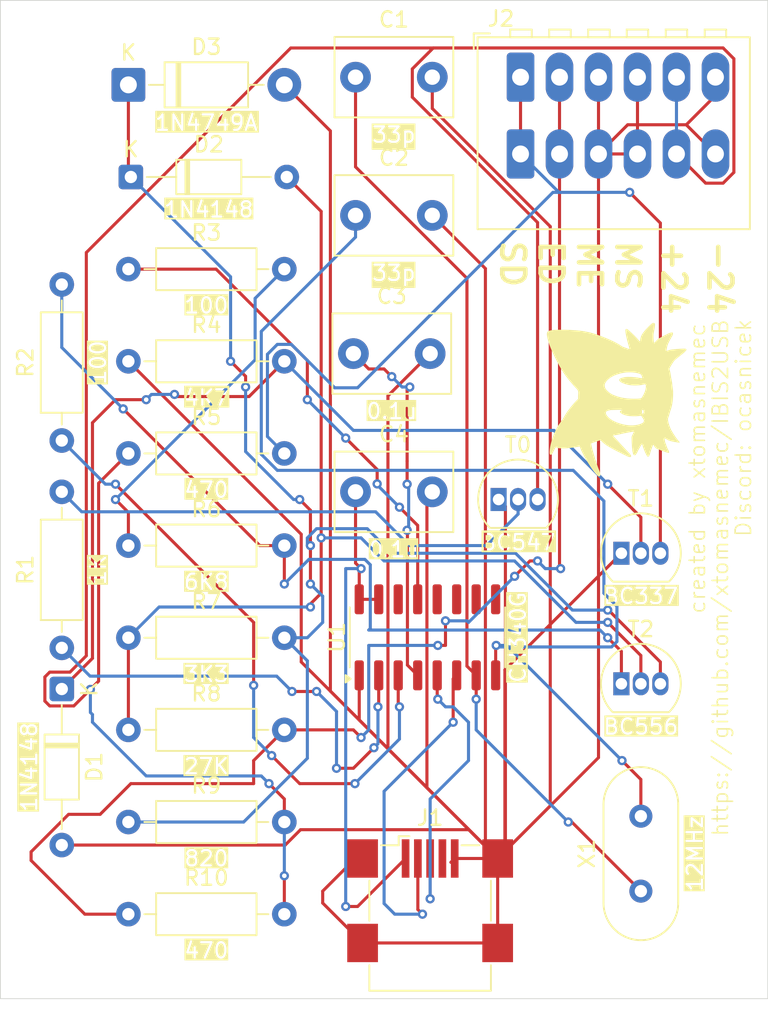
<source format=kicad_pcb>
(kicad_pcb (version 20241229) (generator "pcbnew") (generator_version "9.0")
  (layers (0 "F.Cu" signal) (2 "B.Cu" signal) (13 "F.Paste" user) (15 "B.Paste" user) (5 "F.SilkS" user "F.Silkscreen") (7 "B.SilkS" user "B.Silkscreen") (1 "F.Mask" user) (3 "B.Mask" user) (25 "Edge.Cuts" user))
  (net 0 "")
  (net 1 "Net-(D2-K)")
  (net 2 "GND")
  (net 3 "Net-(D1-K)")
  (net 4 "Net-(J2-Pin_1)")
  (net 5 "Net-(T2-C)")
  (net 6 "Net-(D2-A)")
  (net 8 "Net-(J1-D+)")
  (net 9 "VCC")
  (net 10 "Net-(U1-XI)")
  (net 12 "Net-(T0-B)")
  (net 14 "Net-(U1-XO)")
  (net 16 "Net-(U1-TXD)")
  (net 18 "Net-(U1-V3)")
  (net 19 "Net-(J1-D-)")
  (net 21 "Net-(J2-Pin_2)")
  (net 22 "Net-(J2-Pin_5)")
  (net 23 "/RXD")
  (net 24 "/DTR")
  (net 25 "Net-(R3-Pad2)")
  (footprint "Package_TO_SOT_THT:TO-92_Inline" (layer "F.Cu") (at 90.46 85)
    (property "Reference" "T2" (at 1.27 -3.56 0) (layer "F.SilkS"))
    (property "Value" "BC556" (at 1.27 2.79 0) (layer "F.SilkS" knockout))
    (pad "1" thru_hole rect (at 0 0) (size 1.05 1.5) (drill 0.75) (layers "*.Cu" "*.Mask") (net 5 "Net-(T2-C)"))
    (pad "2" thru_hole oval (at 1.27 0) (size 1.05 1.5) (drill 0.75) (layers "*.Cu" "*.Mask") (net 6 "Net-(D2-A)"))
    (pad "3" thru_hole oval (at 2.54 0) (size 1.05 1.5) (drill 0.75) (layers "*.Cu" "*.Mask") (net 1 "Net-(D2-K)"))
  )
  (footprint "Resistor_THT:R_Axial_DIN0207_L6.3mm_D2.5mm_P10.16mm_Horizontal" (layer "F.Cu") (at 54 82.66 90)
    (property "Reference" "R1" (at 5.08 -2.37 90) (layer "F.SilkS"))
    (property "Value" "1K" (at 5.08 2.37 90) (layer "F.SilkS" knockout))
    (pad "1" thru_hole circle (at 0 0 90) (size 1.6 1.6) (drill 0.8) (layers "*.Cu" "*.Mask") (net 16 "Net-(U1-TXD)"))
    (pad "2" thru_hole circle (at 10.16 0 90) (size 1.6 1.6) (drill 0.8) (layers "*.Cu" "*.Mask") (net 12 "Net-(T0-B)"))
  )
  (footprint "Capacitor_THT:C_Disc_D7.5mm_W5.0mm_P5.00mm" (layer "F.Cu") (at 73 63.5)
    (property "Reference" "C3" (at 2.5 -3.75 0) (layer "F.SilkS"))
    (property "Value" "0.1u" (at 2.5 3.75 0) (layer "F.SilkS" knockout))
    (pad "1" thru_hole circle (at 0 0) (size 2 2) (drill 1) (layers "*.Cu" "*.Mask") (net 18 "Net-(U1-V3)"))
    (pad "2" thru_hole circle (at 5 0) (size 2 2) (drill 1) (layers "*.Cu" "*.Mask") (net 2 "GND"))
  )
  (footprint "Capacitor_THT:C_Disc_D7.5mm_W5.0mm_P5.00mm" (layer "F.Cu") (at 73.14 54.5)
    (property "Reference" "C2" (at 2.5 -3.75 0) (layer "F.SilkS"))
    (property "Value" "33p" (at 2.5 3.75 0) (layer "F.SilkS" knockout))
    (pad "1" thru_hole circle (at 0 0) (size 2 2) (drill 1) (layers "*.Cu" "*.Mask") (net 14 "Net-(U1-XO)"))
    (pad "2" thru_hole circle (at 5 0) (size 2 2) (drill 1) (layers "*.Cu" "*.Mask") (net 2 "GND"))
  )
  (footprint "Logo:ocasnicek" (layer "F.Cu") (at 90 66.5 90)
    (property "Reference" "G***" (hide yes))
    (property "Value" "LOGO" (hide yes))
  )
  (footprint "Connector_USB:USB_Mini-B_Wuerth_65100516121_Horizontal" (layer "F.Cu") (at 78 98.975)
    (property "Reference" "J1" (at 0 -5.25 0) (layer "F.SilkS"))
    (property "Value" "USB_B_Mini")
    (pad "" np_thru_hole circle (at -2.2 0) (size 0.9 0.9) (drill 0.9) (layers "*.Cu" "*.Mask"))
    (pad "" np_thru_hole circle (at 2.2 0) (size 0.9 0.9) (drill 0.9) (layers "*.Cu" "*.Mask"))
    (pad "1" smd rect (at -1.6 -2.6) (size 0.5 2.5) (layers "F.Cu" "F.Mask" "F.Paste") (net 9 "VCC"))
    (pad "2" smd rect (at -0.8 -2.6) (size 0.5 2.5) (layers "F.Cu" "F.Mask" "F.Paste") (net 19 "Net-(J1-D-)"))
    (pad "3" smd rect (at 0 -2.6) (size 0.5 2.5) (layers "F.Cu" "F.Mask" "F.Paste") (net 8 "Net-(J1-D+)"))
    (pad "4" smd rect (at 0.8 -2.6) (size 0.5 2.5) (layers "F.Cu" "F.Mask" "F.Paste"))
    (pad "5" smd rect (at 1.6 -2.6) (size 0.5 2.5) (layers "F.Cu" "F.Mask" "F.Paste") (net 2 "GND"))
    (pad "6" smd rect (at -4.4 -2.6) (size 2 2.5) (layers "F.Cu" "F.Mask" "F.Paste") (net 2 "GND"))
    (pad "6" smd rect (at -4.4 2.9) (size 2 2.5) (layers "F.Cu" "F.Mask" "F.Paste") (net 2 "GND"))
    (pad "6" smd rect (at 4.4 -2.6) (size 2 2.5) (layers "F.Cu" "F.Mask" "F.Paste") (net 2 "GND"))
    (pad "6" smd rect (at 4.4 2.9) (size 2 2.5) (layers "F.Cu" "F.Mask" "F.Paste") (net 2 "GND"))
  )
  (footprint "Resistor_THT:R_Axial_DIN0207_L6.3mm_D2.5mm_P10.16mm_Horizontal" (layer "F.Cu") (at 58.34 64)
    (property "Reference" "R4" (at 5.08 -2.37 0) (layer "F.SilkS"))
    (property "Value" "4K7" (at 5.08 2.37 0) (layer "F.SilkS" knockout))
    (pad "1" thru_hole circle (at 0 0) (size 1.6 1.6) (drill 0.8) (layers "*.Cu" "*.Mask") (net 2 "GND"))
    (pad "2" thru_hole circle (at 10.16 0) (size 1.6 1.6) (drill 0.8) (layers "*.Cu" "*.Mask") (net 3 "Net-(D1-K)"))
  )
  (footprint "Capacitor_THT:C_Disc_D7.5mm_W5.0mm_P5.00mm" (layer "F.Cu") (at 73.14 72.5)
    (property "Reference" "C4" (at 2.5 -3.75 0) (layer "F.SilkS"))
    (property "Value" "0.1u" (at 2.5 3.75 0) (layer "F.SilkS" knockout))
    (pad "1" thru_hole circle (at 0 0) (size 2 2) (drill 1) (layers "*.Cu" "*.Mask") (net 9 "VCC"))
    (pad "2" thru_hole circle (at 5 0) (size 2 2) (drill 1) (layers "*.Cu" "*.Mask") (net 2 "GND"))
  )
  (footprint "Resistor_THT:R_Axial_DIN0207_L6.3mm_D2.5mm_P10.16mm_Horizontal" (layer "F.Cu") (at 58.34 88)
    (property "Reference" "R8" (at 5.08 -2.37 0) (layer "F.SilkS"))
    (property "Value" "27K" (at 5.08 2.37 0) (layer "F.SilkS" knockout))
    (pad "1" thru_hole circle (at 0 0) (size 1.6 1.6) (drill 0.8) (layers "*.Cu" "*.Mask") (net 6 "Net-(D2-A)"))
    (pad "2" thru_hole circle (at 10.16 0) (size 1.6 1.6) (drill 0.8) (layers "*.Cu" "*.Mask") (net 21 "Net-(J2-Pin_2)"))
  )
  (footprint "Resistor_THT:R_Axial_DIN0207_L6.3mm_D2.5mm_P10.16mm_Horizontal" (layer "F.Cu") (at 58.34 58)
    (property "Reference" "R3" (at 5.08 -2.37 0) (layer "F.SilkS"))
    (property "Value" "100" (at 5.08 2.37 0) (layer "F.SilkS" knockout))
    (pad "1" thru_hole circle (at 0 0) (size 1.6 1.6) (drill 0.8) (layers "*.Cu" "*.Mask") (net 24 "/DTR"))
    (pad "2" thru_hole circle (at 10.16 0) (size 1.6 1.6) (drill 0.8) (layers "*.Cu" "*.Mask") (net 25 "Net-(R3-Pad2)"))
  )
  (footprint "Package_TO_SOT_THT:TO-92_Inline" (layer "F.Cu") (at 82.46 73)
    (property "Reference" "T0" (at 1.27 -3.56 0) (layer "F.SilkS"))
    (property "Value" "BC547" (at 1.27 2.79 0) (layer "F.SilkS" knockout))
    (pad "1" thru_hole rect (at 0 0) (size 1.05 1.5) (drill 0.75) (layers "*.Cu" "*.Mask") (net 2 "GND"))
    (pad "2" thru_hole oval (at 1.27 0) (size 1.05 1.5) (drill 0.75) (layers "*.Cu" "*.Mask") (net 12 "Net-(T0-B)"))
    (pad "3" thru_hole oval (at 2.54 0) (size 1.05 1.5) (drill 0.75) (layers "*.Cu" "*.Mask") (net 22 "Net-(J2-Pin_5)"))
  )
  (footprint "Diode_THT:D_DO-35_SOD27_P10.16mm_Horizontal" (layer "F.Cu") (at 54 85.34 -90)
    (property "Reference" "D1" (at 5.08 -2.12 90) (layer "F.SilkS"))
    (property "Value" "1N4148" (at 5.08 2.12 90) (layer "F.SilkS" knockout))
    (fp_text user "K" (at 0 -1.8 90) (layer "F.SilkS"))
    (pad "1" thru_hole roundrect (at 0 0 270) (size 1.6 1.6) (drill 0.8) (layers "*.Cu" "*.Mask") (roundrect_rratio 0.15625) (net 3 "Net-(D1-K)"))
    (pad "2" thru_hole circle (at 10.16 0 270) (size 1.6 1.6) (drill 0.8) (layers "*.Cu" "*.Mask") (net 2 "GND"))
  )
  (footprint "Resistor_THT:R_Axial_DIN0207_L6.3mm_D2.5mm_P10.16mm_Horizontal" (layer "F.Cu") (at 58.34 70)
    (property "Reference" "R5" (at 5.08 -2.37 0) (layer "F.SilkS"))
    (property "Value" "470" (at 5.08 2.37 0) (layer "F.SilkS" knockout))
    (pad "1" thru_hole circle (at 0 0) (size 1.6 1.6) (drill 0.8) (layers "*.Cu" "*.Mask") (net 22 "Net-(J2-Pin_5)"))
    (pad "2" thru_hole circle (at 10.16 0) (size 1.6 1.6) (drill 0.8) (layers "*.Cu" "*.Mask") (net 4 "Net-(J2-Pin_1)"))
  )
  (footprint "TerminalBlock_WAGO:TerminalBlock_WAGO_233-506_2x06_P2.54mm" (layer "F.Cu") (at 83.89 45.5)
    (property "Reference" "J2" (at -1.27 -3.81 0) (layer "F.SilkS"))
    (property "Value" "Screw_Terminal_01x06" (hide yes))
    (pad "1" thru_hole roundrect (at 0 0) (size 1.8 3.2) (drill 1.1) (layers "*.Cu" "*.Mask") (roundrect_rratio 0.1388888889) (net 4 "Net-(J2-Pin_1)"))
    (pad "1" thru_hole roundrect (at 0 5) (size 1.8 3.2) (drill 1.1) (layers "*.Cu" "*.Mask") (roundrect_rratio 0.1388888889) (net 4 "Net-(J2-Pin_1)"))
    (pad "2" thru_hole oval (at 2.54 0) (size 1.8 3.2) (drill 1.1) (layers "*.Cu" "*.Mask") (net 21 "Net-(J2-Pin_2)"))
    (pad "2" thru_hole oval (at 2.54 5) (size 1.8 3.2) (drill 1.1) (layers "*.Cu" "*.Mask") (net 21 "Net-(J2-Pin_2)"))
    (pad "3" thru_hole oval (at 5.08 0) (size 1.8 3.2) (drill 1.1) (layers "*.Cu" "*.Mask") (net 2 "GND"))
    (pad "3" thru_hole oval (at 5.08 5) (size 1.8 3.2) (drill 1.1) (layers "*.Cu" "*.Mask") (net 2 "GND"))
    (pad "4" thru_hole oval (at 7.62 0) (size 1.8 3.2) (drill 1.1) (layers "*.Cu" "*.Mask") (net 2 "GND"))
    (pad "4" thru_hole oval (at 7.62 5) (size 1.8 3.2) (drill 1.1) (layers "*.Cu" "*.Mask") (net 2 "GND"))
    (pad "5" thru_hole oval (at 10.16 0) (size 1.8 3.2) (drill 1.1) (layers "*.Cu" "*.Mask") (net 22 "Net-(J2-Pin_5)"))
    (pad "5" thru_hole oval (at 10.16 5) (size 1.8 3.2) (drill 1.1) (layers "*.Cu" "*.Mask") (net 22 "Net-(J2-Pin_5)"))
    (pad "6" thru_hole oval (at 12.7 0) (size 1.8 3.2) (drill 1.1) (layers "*.Cu" "*.Mask") (net 2 "GND"))
    (pad "6" thru_hole oval (at 12.7 5) (size 1.8 3.2) (drill 1.1) (layers "*.Cu" "*.Mask") (net 2 "GND"))
  )
  (footprint "Diode_THT:D_DO-35_SOD27_P10.16mm_Horizontal" (layer "F.Cu") (at 58.5 52)
    (property "Reference" "D2" (at 5.08 -2.12 0) (layer "F.SilkS"))
    (property "Value" "1N4148" (at 5.08 2.12 0) (layer "F.SilkS" knockout))
    (fp_text user "K" (at 0 -1.8 0) (layer "F.SilkS"))
    (pad "1" thru_hole roundrect (at 0 0) (size 1.6 1.6) (drill 0.8) (layers "*.Cu" "*.Mask") (roundrect_rratio 0.15625) (net 1 "Net-(D2-K)"))
    (pad "2" thru_hole circle (at 10.16 0) (size 1.6 1.6) (drill 0.8) (layers "*.Cu" "*.Mask") (net 6 "Net-(D2-A)"))
  )
  (footprint "Crystal:Crystal_HC49-4H_Vertical" (layer "F.Cu") (at 91.73 98.5 90)
    (property "Reference" "X1" (at 2.44 -3.52 90) (layer "F.SilkS"))
    (property "Value" "12MHz" (at 2.44 3.52 90) (layer "F.SilkS" knockout))
    (pad "1" thru_hole circle (at 0 0 90) (size 1.5 1.5) (drill 0.8) (layers "*.Cu" "*.Mask") (net 10 "Net-(U1-XI)"))
    (pad "2" thru_hole circle (at 4.88 0 90) (size 1.5 1.5) (drill 0.8) (layers "*.Cu" "*.Mask") (net 14 "Net-(U1-XO)"))
  )
  (footprint "Resistor_THT:R_Axial_DIN0207_L6.3mm_D2.5mm_P10.16mm_Horizontal" (layer "F.Cu") (at 58.34 76)
    (property "Reference" "R6" (at 5.08 -2.37 0) (layer "F.SilkS"))
    (property "Value" "6K8" (at 5.08 2.37 0) (layer "F.SilkS" knockout))
    (pad "1" thru_hole circle (at 0 0) (size 1.6 1.6) (drill 0.8) (layers "*.Cu" "*.Mask") (net 25 "Net-(R3-Pad2)"))
    (pad "2" thru_hole circle (at 10.16 0) (size 1.6 1.6) (drill 0.8) (layers "*.Cu" "*.Mask") (net 5 "Net-(T2-C)"))
  )
  (footprint "Package_SO:SOIC-16_3.9x9.9mm_P1.27mm" (layer "F.Cu") (at 77.825 81.975 90)
    (property "Reference" "U1" (at 0 -5.9 90) (layer "F.SilkS"))
    (property "Value" "CH340G" (at 0 5.9 90) (layer "F.SilkS" knockout))
    (pad "1" smd roundrect (at -2.475 -4.445 90) (size 1.95 0.6) (layers "F.Cu" "F.Mask" "F.Paste") (net 2 "GND"))
    (pad "2" smd roundrect (at -2.475 -3.175 90) (size 1.95 0.6) (layers "F.Cu" "F.Mask" "F.Paste") (net 16 "Net-(U1-TXD)"))
    (pad "3" smd roundrect (at -2.475 -1.905 90) (size 1.95 0.6) (layers "F.Cu" "F.Mask" "F.Paste") (net 23 "/RXD"))
    (pad "4" smd roundrect (at -2.475 -0.635 90) (size 1.95 0.6) (layers "F.Cu" "F.Mask" "F.Paste") (net 18 "Net-(U1-V3)"))
    (pad "5" smd roundrect (at -2.475 0.635 90) (size 1.95 0.6) (layers "F.Cu" "F.Mask" "F.Paste") (net 8 "Net-(J1-D+)"))
    (pad "6" smd roundrect (at -2.475 1.905 90) (size 1.95 0.6) (layers "F.Cu" "F.Mask" "F.Paste") (net 19 "Net-(J1-D-)"))
    (pad "7" smd roundrect (at -2.475 3.175 90) (size 1.95 0.6) (layers "F.Cu" "F.Mask" "F.Paste") (net 10 "Net-(U1-XI)"))
    (pad "8" smd roundrect (at -2.475 4.445 90) (size 1.95 0.6) (layers "F.Cu" "F.Mask" "F.Paste") (net 14 "Net-(U1-XO)"))
    (pad "9" smd roundrect (at 2.475 4.445 90) (size 1.95 0.6) (layers "F.Cu" "F.Mask" "F.Paste"))
    (pad "10" smd roundrect (at 2.475 3.175 90) (size 1.95 0.6) (layers "F.Cu" "F.Mask" "F.Paste"))
    (pad "11" smd roundrect (at 2.475 1.905 90) (size 1.95 0.6) (layers "F.Cu" "F.Mask" "F.Paste"))
    (pad "12" smd roundrect (at 2.475 0.635 90) (size 1.95 0.6) (layers "F.Cu" "F.Mask" "F.Paste"))
    (pad "13" smd roundrect (at 2.475 -0.635 90) (size 1.95 0.6) (layers "F.Cu" "F.Mask" "F.Paste") (net 24 "/DTR"))
    (pad "14" smd roundrect (at 2.475 -1.905 90) (size 1.95 0.6) (layers "F.Cu" "F.Mask" "F.Paste"))
    (pad "15" smd roundrect (at 2.475 -3.175 90) (size 1.95 0.6) (layers "F.Cu" "F.Mask" "F.Paste") (net 9 "VCC"))
    (pad "16" smd roundrect (at 2.475 -4.445 90) (size 1.95 0.6) (layers "F.Cu" "F.Mask" "F.Paste") (net 9 "VCC"))
  )
  (footprint "Diode_THT:D_DO-41_SOD81_P10.16mm_Horizontal" (layer "F.Cu") (at 58.34 46)
    (property "Reference" "D3" (at 5.08 -2.47 0) (layer "F.SilkS"))
    (property "Value" "1N4749A" (at 5.08 2.47 0) (layer "F.SilkS" knockout))
    (fp_text user "K" (at 0 -2.1 0) (layer "F.SilkS"))
    (pad "1" thru_hole roundrect (at 0 0) (size 2.2 2.2) (drill 1.1) (layers "*.Cu" "*.Mask") (roundrect_rratio 0.113636) (net 1 "Net-(D2-K)"))
    (pad "2" thru_hole circle (at 10.16 0) (size 2.2 2.2) (drill 1.1) (layers "*.Cu" "*.Mask") (net 2 "GND"))
  )
  (footprint "Package_TO_SOT_THT:TO-92_Inline" (layer "F.Cu") (at 90.46 76.5)
    (property "Reference" "T1" (at 1.27 -3.56 0) (layer "F.SilkS"))
    (property "Value" "BC337" (at 1.27 2.79 0) (layer "F.SilkS" knockout))
    (pad "1" thru_hole rect (at 0 0) (size 1.05 1.5) (drill 0.75) (layers "*.Cu" "*.Mask") (net 2 "GND"))
    (pad "2" thru_hole oval (at 1.27 0) (size 1.05 1.5) (drill 0.75) (layers "*.Cu" "*.Mask") (net 3 "Net-(D1-K)"))
    (pad "3" thru_hole oval (at 2.54 0) (size 1.05 1.5) (drill 0.75) (layers "*.Cu" "*.Mask") (net 4 "Net-(J2-Pin_1)"))
  )
  (footprint "Resistor_THT:R_Axial_DIN0207_L6.3mm_D2.5mm_P10.16mm_Horizontal" (layer "F.Cu") (at 58.34 94)
    (property "Reference" "R9" (at 5.08 -2.37 0) (layer "F.SilkS"))
    (property "Value" "820" (at 5.08 2.37 0) (layer "F.SilkS" knockout))
    (pad "1" thru_hole circle (at 0 0) (size 1.6 1.6) (drill 0.8) (layers "*.Cu" "*.Mask") (net 1 "Net-(D2-K)"))
    (pad "2" thru_hole circle (at 10.16 0) (size 1.6 1.6) (drill 0.8) (layers "*.Cu" "*.Mask") (net 22 "Net-(J2-Pin_5)"))
  )
  (footprint "Resistor_THT:R_Axial_DIN0207_L6.3mm_D2.5mm_P10.16mm_Horizontal" (layer "F.Cu") (at 58.34 82)
    (property "Reference" "R7" (at 5.08 -2.37 0) (layer "F.SilkS"))
    (property "Value" "3K3" (at 5.08 2.37 0) (layer "F.SilkS" knockout))
    (pad "1" thru_hole circle (at 0 0) (size 1.6 1.6) (drill 0.8) (layers "*.Cu" "*.Mask") (net 6 "Net-(D2-A)"))
    (pad "2" thru_hole circle (at 10.16 0) (size 1.6 1.6) (drill 0.8) (layers "*.Cu" "*.Mask") (net 1 "Net-(D2-K)"))
  )
  (footprint "Capacitor_THT:C_Disc_D7.5mm_W5.0mm_P5.00mm" (layer "F.Cu") (at 73.14 45.5)
    (property "Reference" "C1" (at 2.5 -3.75 0) (layer "F.SilkS"))
    (property "Value" "33p" (at 2.5 3.75 0) (layer "F.SilkS" knockout))
    (pad "1" thru_hole circle (at 0 0) (size 2 2) (drill 1) (layers "*.Cu" "*.Mask") (net 10 "Net-(U1-XI)"))
    (pad "2" thru_hole circle (at 5 0) (size 2 2) (drill 1) (layers "*.Cu" "*.Mask") (net 2 "GND"))
  )
  (footprint "Resistor_THT:R_Axial_DIN0207_L6.3mm_D2.5mm_P10.16mm_Horizontal" (layer "F.Cu") (at 54 69.16 90)
    (property "Reference" "R2" (at 5.08 -2.37 90) (layer "F.SilkS"))
    (property "Value" "100" (at 5.08 2.37 90) (layer "F.SilkS" knockout))
    (pad "1" thru_hole circle (at 0 0 90) (size 1.6 1.6) (drill 0.8) (layers "*.Cu" "*.Mask") (net 23 "/RXD"))
    (pad "2" thru_hole circle (at 10.16 0 90) (size 1.6 1.6) (drill 0.8) (layers "*.Cu" "*.Mask") (net 5 "Net-(T2-C)"))
  )
  (footprint "Resistor_THT:R_Axial_DIN0207_L6.3mm_D2.5mm_P10.16mm_Horizontal" (layer "F.Cu") (at 58.34 100)
    (property "Reference" "R10" (at 5.08 -2.37 0) (layer "F.SilkS"))
    (property "Value" "470" (at 5.08 2.37 0) (layer "F.SilkS" knockout))
    (pad "1" thru_hole circle (at 0 0) (size 1.6 1.6) (drill 0.8) (layers "*.Cu" "*.Mask") (net 21 "Net-(J2-Pin_2)"))
    (pad "2" thru_hole circle (at 10.16 0) (size 1.6 1.6) (drill 0.8) (layers "*.Cu" "*.Mask") (net 22 "Net-(J2-Pin_5)"))
  )
  (gr_rect (start 50 40.5) (end 100 105.5) (stroke (width 0.05)) (fill no) (layer "Edge.Cuts"))
  (gr_text "-24" (at 96 56 270) (layer "F.SilkS") (effects (font (size 1.5 1.5) (thickness 0.3) (bold yes)) (justify left bottom)))
  (gr_text "SD" (at 82.5 56 270) (layer "F.SilkS") (effects (font (size 1.5 1.5) (thickness 0.3) (bold yes)) (justify left bottom)))
  (gr_text "ME" (at 87.5 56 270) (layer "F.SilkS") (effects (font (size 1.5 1.5) (thickness 0.3) (bold yes)) (justify left bottom)))
  (gr_text "https://github.com/xtomasnemec/IBIS2USB" (at 97.5 95 90) (layer "F.SilkS") (effects (font (size 1 1) (thickness 0.1)) (justify left bottom)))
  (gr_text "+24" (at 93 56 270) (layer "F.SilkS") (effects (font (size 1.5 1.5) (thickness 0.3) (bold yes)) (justify left bottom)))
  (gr_text "ED" (at 85 56 270) (layer "F.SilkS") (effects (font (size 1.5 1.5) (thickness 0.3) (bold yes)) (justify left bottom)))
  (gr_text "MS" (at 90 56 270) (layer "F.SilkS") (effects (font (size 1.5 1.5) (thickness 0.3) (bold yes)) (justify left bottom)))
  (gr_text "created by xtomasnemec" (at 96 80.5 90) (layer "F.SilkS") (effects (font (size 1 1) (thickness 0.1)) (justify left bottom)))
  (gr_text "Discord: ocasnicek" (at 99 75.5 90) (layer "F.SilkS") (effects (font (size 1 1) (thickness 0.1)) (justify left bottom)))
  (segment (start 93 83.580057) (end 89.61994 80.199997) (width 0.2) (layer "F.Cu") (net 1))
  (segment (start 70.201 73.701) (end 70.201 76) (width 0.2) (layer "F.Cu") (net 1))
  (segment (start 58.34 46) (end 58.34 51.84) (width 0.2) (layer "F.Cu") (net 1))
  (segment (start 65.97751 64.97751) (end 65.97751 65.67396) (width 0.2) (layer "F.Cu") (net 1))
  (segment (start 89.61994 80.199997) (end 89.57 80.199997) (width 0.2) (layer "F.Cu") (net 1))
  (segment (start 58.34 51.84) (end 58.5 52) (width 0.2) (layer "F.Cu") (net 1))
  (segment (start 69.5 73) (end 70.201 73.701) (width 0.2) (layer "F.Cu") (net 1))
  (segment (start 70.201 76) (end 70.201 78.5) (width 0.2) (layer "F.Cu") (net 1))
  (segment (start 93 85) (end 93 83.580057) (width 0.2) (layer "F.Cu") (net 1))
  (segment (start 65 64) (end 65.97751 64.97751) (width 0.2) (layer "F.Cu") (net 1))
  (via (at 70.201 76) (size 0.6) (drill 0.3) (layers "F.Cu" "B.Cu") (net 1))
  (via (at 69.5 73) (size 0.6) (drill 0.3) (layers "F.Cu" "B.Cu") (net 1))
  (via (at 70.201 78.5) (size 0.6) (drill 0.3) (layers "F.Cu" "B.Cu") (net 1))
  (via (at 65.97751 65.67396) (size 0.6) (drill 0.3) (layers "F.Cu" "B.Cu") (net 1))
  (via (at 65 64) (size 0.6) (drill 0.3) (layers "F.Cu" "B.Cu") (net 1))
  (via (at 89.57 80.199997) (size 0.6) (drill 0.3) (layers "F.Cu" "B.Cu") (net 1))
  (segment (start 73.899 74.899) (end 70.601 74.899) (width 0.2) (layer "B.Cu") (net 1))
  (segment (start 58.34 94) (end 65.849943 94) (width 0.2) (layer "B.Cu") (net 1))
  (segment (start 89.57 80.199997) (end 87.267097 80.199997) (width 0.2) (layer "B.Cu") (net 1))
  (segment (start 71 81) (end 70 82) (width 0.2) (layer "B.Cu") (net 1))
  (segment (start 58.5 52) (end 65 58.5) (width 0.2) (layer "B.Cu") (net 1))
  (segment (start 65.97751 65.67396) (end 65.97751 69.87751) (width 0.2) (layer "B.Cu") (net 1))
  (segment (start 83.5671 76.5) (end 75.5 76.5) (width 0.2) (layer "B.Cu") (net 1))
  (segment (start 71 79.299) (end 71 81) (width 0.2) (layer "B.Cu") (net 1))
  (segment (start 87.267097 80.199997) (end 83.5671 76.5) (width 0.2) (layer "B.Cu") (net 1))
  (segment (start 70 75.5) (end 70 76) (width 0.2) (layer "B.Cu") (net 1))
  (segment (start 70 89.849943) (end 70 83.5) (width 0.2) (layer "B.Cu") (net 1))
  (segment (start 70 76) (end 70.201 76) (width 0.2) (layer "B.Cu") (net 1))
  (segment (start 65.849943 94) (end 70 89.849943) (width 0.2) (layer "B.Cu") (net 1))
  (segment (start 70.601 74.899) (end 70 75.5) (width 0.2) (layer "B.Cu") (net 1))
  (segment (start 70 83.5) (end 68.5 82) (width 0.2) (layer "B.Cu") (net 1))
  (segment (start 69.1 73) (end 69.5 73) (width 0.2) (layer "B.Cu") (net 1))
  (segment (start 70 82) (end 68.5 82) (width 0.2) (layer "B.Cu") (net 1))
  (segment (start 65 58.5) (end 65 64) (width 0.2) (layer "B.Cu") (net 1))
  (segment (start 70.201 78.5) (end 71 79.299) (width 0.2) (layer "B.Cu") (net 1))
  (segment (start 65.97751 69.87751) (end 69.1 73) (width 0.2) (layer "B.Cu") (net 1))
  (segment (start 75.5 76.5) (end 73.899 74.899) (width 0.2) (layer "B.Cu") (net 1))
  (segment (start 73.125 96.375) (end 71 98.5) (width 0.2) (layer "F.Cu") (net 2))
  (segment (start 71.5 85.475) (end 71.5 49) (width 0.2) (layer "F.Cu") (net 2))
  (segment (start 69.601 83.576) (end 69.601 75.261) (width 0.2) (layer "F.Cu") (net 2))
  (segment (start 80.525 94.5) (end 69.55705 94.5) (width 0.2) (layer "F.Cu") (net 2))
  (segment (start 82.904 73.444) (end 82.46 73) (width 0.2) (layer "F.Cu") (net 2))
  (segment (start 85.826 92.949) (end 85.826 55.22216) (width 0.2) (layer "F.Cu") (net 2))
  (segment (start 81.601 57.961) (end 78.14 54.5) (width 0.2) (layer "F.Cu") (net 2))
  (segment (start 73.6 96.375) (end 73.125 96.375) (width 0.2) (layer "F.Cu") (net 2))
  (segment (start 82.4 96.375) (end 75.251 89.226) (width 0.2) (layer "F.Cu") (net 2))
  (segment (start 82.904 95.871) (end 82.904 73.444) (width 0.2) (layer "F.Cu") (net 2))
  (segment (start 82.4 96.375) (end 73.38 87.355) (width 0.2) (layer "F.Cu") (net 2))
  (segment (start 88.97 50.5) (end 90.871 48.599) (width 0.2) (layer "F.Cu") (net 2))
  (segment (start 82.4 96.375) (end 88.97 89.805) (width 0.2) (layer "F.Cu") (net 2))
  (segment (start 71 99.275) (end 73.6 101.875) (width 0.2) (layer "F.Cu") (net 2))
  (segment (start 75.251 89.226) (end 75.251 66.249) (width 0.2) (layer "F.Cu") (net 2))
  (segment (start 88.97 50.5) (end 91.51 50.5) (width 0.2) (layer "F.Cu") (net 2))
  (segment (start 73.38 87.355) (end 73.38 84.45) (width 0.2) (layer "F.Cu") (net 2))
  (segment (start 82.4 96.375) (end 82.871 95.904) (width 0.2) (layer "F.Cu") (net 2))
  (segment (start 96.59 45.5) (end 96.59 46.698) (width 0.2) (layer "F.Cu") (net 2))
  (segment (start 88.97 89.805) (end 88.97 50.5) (width 0.2) (layer "F.Cu") (net 2))
  (segment (start 96.59 46.698) (end 94.689 48.599) (width 0.2) (layer "F.Cu") (net 2))
  (segment (start 82.871 95.904) (end 82.871 84.089) (width 0.2) (layer "F.Cu") (net 2))
  (segment (start 82.4 96.375) (end 71.5 85.475) (width 0.2) (layer "F.Cu") (net 2))
  (segment (start 82.871 84.089) (end 90.46 76.5) (width 0.2) (layer "F.Cu") (net 2))
  (segment (start 77.791 72.849) (end 78.14 72.5) (width 0.2) (layer "F.Cu") (net 2))
  (segment (start 85.826 55.22216) (end 78.14 47.53616) (width 0.2) (layer "F.Cu") (net 2))
  (segment (start 77.791 91.766) (end 77.791 72.849) (width 0.2) (layer "F.Cu") (net 2))
  (segment (start 79.351 96.624) (end 79.6 96.375) (width 0.2) (layer "F.Cu") (net 2))
  (segment (start 69.601 75.261) (end 58.34 64) (width 0.2) (layer "F.Cu") (net 2))
  (segment (start 68.55705 95.5) (end 54 95.5) (width 0.2) (layer "F.Cu") (net 2))
  (segment (start 82.4 96.375) (end 85.826 92.949) (width 0.2) (layer "F.Cu") (net 2))
  (segment (start 82.4 101.875) (end 82.4 96.375) (width 0.2) (layer "F.Cu") (net 2))
  (segment (start 82.4 96.375) (end 79.6 96.375) (width 0.2) (layer "F.Cu") (net 2))
  (segment (start 82.4 96.375) (end 69.601 83.576) (width 0.2) (layer "F.Cu") (net 2))
  (segment (start 82.4 96.375) (end 82.904 95.871) (width 0.2) (layer "F.Cu") (net 2))
  (segment (start 91.51 50.5) (end 91.51 45.5) (width 0.2) (layer "F.Cu") (net 2))
  (segment (start 71.5 49) (end 68.5 46) (width 0.2) (layer "F.Cu") (net 2))
  (segment (start 78.14 47.53616) (end 78.14 45.5) (width 0.2) (layer "F.Cu") (net 2))
  (segment (start 69.55705 94.5) (end 68.55705 95.5) (width 0.2) (layer "F.Cu") (net 2))
  (segment (start 71 98.5) (end 71 99.275) (width 0.2) (layer "F.Cu") (net 2))
  (segment (start 82.4 96.375) (end 80.525 94.5) (width 0.2) (layer "F.Cu") (net 2))
  (segment (start 90.871 48.599) (end 94.689 48.599) (width 0.2) (layer "F.Cu") (net 2))
  (segment (start 88.97 50.5) (end 88.97 45.5) (width 0.2) (layer "F.Cu") (net 2))
  (segment (start 82.4 96.375) (end 77.791 91.766) (width 0.2) (layer "F.Cu") (net 2))
  (segment (start 75.251 66.249) (end 78 63.5) (width 0.2) (layer "F.Cu") (net 2))
  (segment (start 94.689 48.599) (end 96.59 50.5) (width 0.2) (layer "F.Cu") (net 2))
  (segment (start 73.6 101.875) (end 82.4 101.875) (width 0.2) (layer "F.Cu") (net 2))
  (segment (start 82.4 96.375) (end 81.601 95.576) (width 0.2) (layer "F.Cu") (net 2))
  (segment (start 81.601 95.576) (end 81.601 57.961) (width 0.2) (layer "F.Cu") (net 2))
  (segment (start 56 83.34) (end 54 85.34) (width 0.2) (layer "F.Cu") (net 3))
  (segment (start 59.5 66.5) (end 57.5 66.5) (width 0.2) (layer "F.Cu") (net 3))
  (segment (start 91.73 74.16) (end 89.57 72) (width 0.2) (layer "F.Cu") (net 3))
  (segment (start 56 68) (end 56 83.34) (width 0.2) (layer "F.Cu") (net 3))
  (segment (start 61.20355 66.29645) (end 61.344265 66.155735) (width 0.2) (layer "F.Cu") (net 3))
  (segment (start 57.5 66.5) (end 56 68) (width 0.2) (layer "F.Cu") (net 3))
  (segment (start 91.73 76.5) (end 91.73 74.16) (width 0.2) (layer "F.Cu") (net 3))
  (segment (start 66.20355 66.29645) (end 61.20355 66.29645) (width 0.2) (layer "F.Cu") (net 3))
  (segment (start 68.5 64) (end 66.20355 66.29645) (width 0.2) (layer "F.Cu") (net 3))
  (via (at 89.57 72) (size 0.6) (drill 0.3) (layers "F.Cu" "B.Cu") (net 3))
  (via (at 61.344265 66.155735) (size 0.6) (drill 0.3) (layers "F.Cu" "B.Cu") (net 3))
  (via (at 59.5 66.5) (size 0.6) (drill 0.3) (layers "F.Cu" "B.Cu") (net 3))
  (segment (start 61.344265 66.155735) (end 59.844265 66.155735) (width 0.2) (layer "B.Cu") (net 3))
  (segment (start 89.57 72) (end 86.07 68.5) (width 0.2) (layer "B.Cu") (net 3))
  (segment (start 73 68.5) (end 68.5 64) (width 0.2) (layer "B.Cu") (net 3))
  (segment (start 59.844265 66.155735) (end 59.5 66.5) (width 0.2) (layer "B.Cu") (net 3))
  (segment (start 86.07 68.5) (end 73 68.5) (width 0.2) (layer "B.Cu") (net 3))
  (segment (start 93 76.5) (end 93 55) (width 0.2) (layer "F.Cu") (net 4))
  (segment (start 83.89 50.5) (end 83.89 45.5) (width 0.2) (layer "F.Cu") (net 4))
  (segment (start 93 55) (end 91 53) (width 0.2) (layer "F.Cu") (net 4))
  (via (at 91 53) (size 0.6) (drill 0.3) (layers "F.Cu" "B.Cu") (net 4))
  (segment (start 86 53) (end 73.2735 65.7265) (width 0.2) (layer "B.Cu") (net 4))
  (segment (start 86.39 53) (end 83.89 50.5) (width 0.2) (layer "B.Cu") (net 4))
  (segment (start 68.95605 62.899) (end 68.04395 62.899) (width 0.2) (layer "B.Cu") (net 4))
  (segment (start 86.5 53) (end 86.39 53) (width 0.2) (layer "B.Cu") (net 4))
  (segment (start 91 53) (end 86.5 53) (width 0.2) (layer "B.Cu") (net 4))
  (segment (start 68.04395 62.899) (end 67.399 63.54395) (width 0.2) (layer "B.Cu") (net 4))
  (segment (start 67.399 68.899) (end 68.5 70) (width 0.2) (layer "B.Cu") (net 4))
  (segment (start 86.5 53) (end 86 53) (width 0.2) (layer "B.Cu") (net 4))
  (segment (start 67.399 63.54395) (end 67.399 68.899) (width 0.2) (layer "B.Cu") (net 4))
  (segment (start 73.2735 65.7265) (end 71.78355 65.7265) (width 0.2) (layer "B.Cu") (net 4))
  (segment (start 71.78355 65.7265) (end 68.95605 62.899) (width 0.2) (layer "B.Cu") (net 4))
  (segment (start 68.5 76) (end 66.9 76) (width 0.2) (layer "F.Cu") (net 5))
  (segment (start 90.46 85) (end 90.46 82.89) (width 0.2) (layer "F.Cu") (net 5))
  (segment (start 66.9 76) (end 58 67.1) (width 0.2) (layer "F.Cu") (net 5))
  (segment (start 68.5 76) (end 68.5 78.5) (width 0.2) (layer "F.Cu") (net 5))
  (segment (start 90.46 82.89) (end 89.57 82) (width 0.2) (layer "F.Cu") (net 5))
  (via (at 68.5 78.5) (size 0.6) (drill 0.3) (layers "F.Cu" "B.Cu") (net 5))
  (via (at 89.57 82) (size 0.6) (drill 0.3) (layers "F.Cu" "B.Cu") (net 5))
  (via (at 58 67.1) (size 0.6) (drill 0.3) (layers "F.Cu" "B.Cu") (net 5))
  (segment (start 89.57 82) (end 89.07 81.5) (width 0.2) (layer "B.Cu") (net 5))
  (segment (start 74.101 77.251057) (end 74.101 81.399) (width 0.2) (layer "B.Cu") (net 5))
  (segment (start 58 67.1) (end 54 63.1) (width 0.2) (layer "B.Cu") (net 5))
  (segment (start 70.101 76.899) (end 73.748943 76.899) (width 0.2) (layer "B.Cu") (net 5))
  (segment (start 68.5 78.5) (end 70.101 76.899) (width 0.2) (layer "B.Cu") (net 5))
  (segment (start 74.101 81.399) (end 74 81.5) (width 0.2) (layer "B.Cu") (net 5))
  (segment (start 89.07 81.5) (end 74 81.5) (width 0.2) (layer "B.Cu") (net 5))
  (segment (start 54 63.1) (end 54 59) (width 0.2) (layer "B.Cu") (net 5))
  (segment (start 73.748943 76.899) (end 74.101 77.251057) (width 0.2) (layer "B.Cu") (net 5))
  (segment (start 70.9 75.5) (end 70.9 79.1) (width 0.2) (layer "F.Cu") (net 6))
  (segment (start 70.9 79.1) (end 70.5 79.5) (width 0.2) (layer "F.Cu") (net 6))
  (segment (start 70.9 75.5) (end 70.9 54.24) (width 0.2) (layer "F.Cu") (net 6))
  (segment (start 70.9 54.24) (end 68.66 52) (width 0.2) (layer "F.Cu") (net 6))
  (segment (start 91.73 83.16) (end 89.57 81) (width 0.2) (layer "F.Cu") (net 6))
  (segment (start 70.201 79.799) (end 70.201 80) (width 0.2) (layer "F.Cu") (net 6))
  (segment (start 91.73 85) (end 91.73 83.16) (width 0.2) (layer "F.Cu") (net 6))
  (segment (start 58.34 88) (end 58.34 82) (width 0.2) (layer "F.Cu") (net 6))
  (segment (start 70.5 79.5) (end 70.201 79.799) (width 0.2) (layer "F.Cu") (net 6))
  (via (at 70.9 75.5) (size 0.6) (drill 0.3) (layers "F.Cu" "B.Cu") (net 6))
  (via (at 70.201 80) (size 0.6) (drill 0.3) (layers "F.Cu" "B.Cu") (net 6))
  (via (at 89.57 81) (size 0.6) (drill 0.3) (layers "F.Cu" "B.Cu") (net 6))
  (segment (start 70.201 80) (end 60.34 80) (width 0.2) (layer "B.Cu") (net 6))
  (segment (start 87.5 81) (end 83.5 77) (width 0.2) (layer "B.Cu") (net 6))
  (segment (start 89.57 81) (end 87.5 81) (width 0.2) (layer "B.Cu") (net 6))
  (segment (start 60.34 80) (end 58.34 82) (width 0.2) (layer "B.Cu") (net 6))
  (segment (start 75 77) (end 73.5 75.5) (width 0.2) (layer "B.Cu") (net 6))
  (segment (start 73.5 75.5) (end 70.9 75.5) (width 0.2) (layer "B.Cu") (net 6))
  (segment (start 83.5 77) (end 75 77) (width 0.2) (layer "B.Cu") (net 6))
  (segment (start 78.46 84.45) (end 78.46 85.96) (width 0.2) (layer "F.Cu") (net 8))
  (segment (start 78 96.375) (end 78 99) (width 0.2) (layer "F.Cu") (net 8))
  (segment (start 78.46 85.96) (end 78.5 86) (width 0.2) (layer "F.Cu") (net 8))
  (via (at 78 99) (size 0.6) (drill 0.3) (layers "F.Cu" "B.Cu") (net 8))
  (via (at 78.5 86) (size 0.6) (drill 0.3) (layers "F.Cu" "B.Cu") (net 8))
  (segment (start 79 86.5) (end 79.5 86.5) (width 0.2) (layer "B.Cu") (net 8))
  (segment (start 80.5 87.5) (end 80.5 90) (width 0.2) (layer "B.Cu") (net 8))
  (segment (start 78.5 86) (end 79 86.5) (width 0.2) (layer "B.Cu") (net 8))
  (segment (start 80.5 90) (end 78 92.5) (width 0.2) (layer "B.Cu") (net 8))
  (segment (start 79.5 86.5) (end 80.5 87.5) (width 0.2) (layer "B.Cu") (net 8))
  (segment (start 78 92.5) (end 78 99) (width 0.2) (layer "B.Cu") (net 8))
  (segment (start 76.4 96.375) (end 73.275 99.5) (width 0.2) (layer "F.Cu") (net 9))
  (segment (start 73.38 79.5) (end 74.65 79.5) (width 0.2) (layer "F.Cu") (net 9))
  (segment (start 73.275 99.5) (end 72.5 99.5) (width 0.2) (layer "F.Cu") (net 9))
  (segment (start 73.38 79.5) (end 73.38 77.62) (width 0.2) (layer "F.Cu") (net 9))
  (segment (start 73.38 77.62) (end 73.5 77.5) (width 0.2) (layer "F.Cu") (net 9))
  (segment (start 73.5 77.5) (end 73.14 77.14) (width 0.2) (layer "F.Cu") (net 9))
  (segment (start 73.14 77.14) (end 73.14 72.5) (width 0.2) (layer "F.Cu") (net 9))
  (via (at 72.5 99.5) (size 0.6) (drill 0.3) (layers "F.Cu" "B.Cu") (net 9))
  (via (at 73.5 77.5) (size 0.6) (drill 0.3) (layers "F.Cu" "B.Cu") (net 9))
  (segment (start 73.5 77.5) (end 72.5 77.5) (width 0.2) (layer "B.Cu") (net 9))
  (segment (start 72.5 99.5) (end 72.5 77.5) (width 0.2) (layer "B.Cu") (net 9))
  (segment (start 91.73 98.5) (end 87.23 94) (width 0.2) (layer "F.Cu") (net 10))
  (segment (start 81 84.45) (end 81 86) (width 0.2) (layer "F.Cu") (net 10))
  (segment (start 80.399 83.849) (end 80.399 58.598892) (width 0.2) (layer "F.Cu") (net 10))
  (segment (start 87.23 94) (end 87 94) (width 0.2) (layer "F.Cu") (net 10))
  (segment (start 80.399 58.598892) (end 73.14 51.339892) (width 0.2) (layer "F.Cu") (net 10))
  (segment (start 73.14 51.339892) (end 73.14 45.5) (width 0.2) (layer "F.Cu") (net 10))
  (segment (start 81 84.45) (end 80.399 83.849) (width 0.2) (layer "F.Cu") (net 10))
  (via (at 81 86) (size 0.6) (drill 0.3) (layers "F.Cu" "B.Cu") (net 10))
  (via (at 87 94) (size 0.6) (drill 0.3) (layers "F.Cu" "B.Cu") (net 10))
  (segment (start 81 88) (end 87 94) (width 0.2) (layer "B.Cu") (net 10))
  (segment (start 81 86) (end 81 88) (width 0.2) (layer "B.Cu") (net 10))
  (segment (start 83.73 73.95) (end 83.73 73) (width 0.2) (layer "B.Cu") (net 12))
  (segment (start 76.650057 76) (end 81.68 76) (width 0.2) (layer "B.Cu") (net 12))
  (segment (start 74.451057 73.801) (end 76.650057 76) (width 0.2) (layer "B.Cu") (net 12))
  (segment (start 54 72.5) (end 55.301 73.801) (width 0.2) (layer "B.Cu") (net 12))
  (segment (start 81.68 76) (end 83.73 73.95) (width 0.2) (layer "B.Cu") (net 12))
  (segment (start 55.301 73.801) (end 74.451057 73.801) (width 0.2) (layer "B.Cu") (net 12))
  (segment (start 82.27 84.45) (end 82.27 82.534) (width 0.2) (layer "F.Cu") (net 14))
  (segment (start 91.73 93.62) (end 91.73 91.23) (width 0.2) (layer "F.Cu") (net 14))
  (segment (start 91.73 91.23) (end 90.5 90) (width 0.2) (layer "F.Cu") (net 14))
  (segment (start 82.27 82.534) (end 82.304 82.5) (width 0.2) (layer "F.Cu") (net 14))
  (via (at 82.304 82.5) (size 0.6) (drill 0.3) (layers "F.Cu" "B.Cu") (net 14))
  (via (at 90.5 90) (size 0.6) (drill 0.3) (layers "F.Cu" "B.Cu") (net 14))
  (segment (start 73.14 55.914213) (end 73.14 54.5) (width 0.2) (layer "B.Cu") (net 14))
  (segment (start 90.5 90) (end 83 82.5) (width 0.2) (layer "B.Cu") (net 14))
  (segment (start 68.04395 71.101) (end 66.998 70.05505) (width 0.2) (layer "B.Cu") (net 14))
  (segment (start 66.998 70.05505) (end 66.998 62.056213) (width 0.2) (layer "B.Cu") (net 14))
  (segment (start 83 82.5) (end 82.5 82.5) (width 0.2) (layer "B.Cu") (net 14))
  (segment (start 90.171 79.951054) (end 89.321057 79.101111) (width 0.2) (layer "B.Cu") (net 14))
  (segment (start 89.321057 79.101111) (end 89.321057 73.098886) (width 0.2) (layer "B.Cu") (net 14))
  (segment (start 89.818943 82.601) (end 90.171 82.248943) (width 0.2) (layer "B.Cu") (net 14))
  (segment (start 89.321057 73.098886) (end 87.323171 71.101) (width 0.2) (layer "B.Cu") (net 14))
  (segment (start 82.405 82.601) (end 89.818943 82.601) (width 0.2) (layer "B.Cu") (net 14))
  (segment (start 66.998 62.056213) (end 73.14 55.914213) (width 0.2) (layer "B.Cu") (net 14))
  (segment (start 90.171 82.248943) (end 90.171 79.951054) (width 0.2) (layer "B.Cu") (net 14))
  (segment (start 82.304 82.5) (end 82.405 82.601) (width 0.2) (layer "B.Cu") (net 14))
  (segment (start 87.323171 71.101) (end 68.04395 71.101) (width 0.2) (layer "B.Cu") (net 14))
  (segment (start 71.9 90.5) (end 73 90.5) (width 0.2) (layer "F.Cu") (net 16))
  (segment (start 74.6 86.5) (end 74.65 86.45) (width 0.2) (layer "F.Cu") (net 16))
  (segment (start 69 85.5) (end 70.6 85.5) (width 0.2) (layer "F.Cu") (net 16))
  (segment (start 74.65 86.45) (end 74.65 84.45) (width 0.2) (layer "F.Cu") (net 16))
  (segment (start 73 90.5) (end 74.338235 89.161765) (width 0.2) (layer "F.Cu") (net 16))
  (via (at 71.9 90.5) (size 0.6) (drill 0.3) (layers "F.Cu" "B.Cu") (net 16))
  (via (at 74.338235 89.161765) (size 0.6) (drill 0.3) (layers "F.Cu" "B.Cu") (net 16))
  (via (at 74.6 86.5) (size 0.6) (drill 0.3) (layers "F.Cu" "B.Cu") (net 16))
  (via (at 69 85.5) (size 0.6) (drill 0.3) (layers "F.Cu" "B.Cu") (net 16))
  (via (at 70.6 85.5) (size 0.6) (drill 0.3) (layers "F.Cu" "B.Cu") (net 16))
  (segment (start 71.9 86.8) (end 71.9 90.5) (width 0.2) (layer "B.Cu") (net 16))
  (segment (start 61.5 84.5) (end 68 84.5) (width 0.2) (layer "B.Cu") (net 16))
  (segment (start 68 84.5) (end 69 85.5) (width 0.2) (layer "B.Cu") (net 16))
  (segment (start 70.6 85.5) (end 71.9 86.8) (width 0.2) (layer "B.Cu") (net 16))
  (segment (start 54 82.66) (end 55.84 84.5) (width 0.2) (layer "B.Cu") (net 16))
  (segment (start 74.6 88.9) (end 74.6 86.5) (width 0.2) (layer "B.Cu") (net 16))
  (segment (start 55.84 84.5) (end 61.5 84.5) (width 0.2) (layer "B.Cu") (net 16))
  (segment (start 74.338235 89.161765) (end 74.6 88.9) (width 0.2) (layer "B.Cu") (net 16))
  (segment (start 75.5 65) (end 75 64.5) (width 0.2) (layer "F.Cu") (net 18))
  (segment (start 75 64.5) (end 74 64.5) (width 0.2) (layer "F.Cu") (net 18))
  (segment (start 74 64.5) (end 73 63.5) (width 0.2) (layer "F.Cu") (net 18))
  (segment (start 76.5 70.5) (end 76.5 65.84853) (width 0.2) (layer "F.Cu") (net 18))
  (segment (start 76.521 75.021) (end 76.5 75) (width 0.2) (layer "F.Cu") (net 18))
  (segment (start 76.5 72) (end 76.5 70.5) (width 0.2) (layer "F.Cu") (net 18))
  (segment (start 76.521 83.781) (end 76.521 75.021) (width 0.2) (layer "F.Cu") (net 18))
  (segment (start 76.5 65.84853) (end 76.674265 65.674265) (width 0.2) (layer "F.Cu") (net 18))
  (segment (start 77.19 84.45) (end 76.521 83.781) (width 0.2) (layer "F.Cu") (net 18))
  (via (at 76.5 72) (size 0.6) (drill 0.3) (layers "F.Cu" "B.Cu") (net 18))
  (via (at 76.5 75) (size 0.6) (drill 0.3) (layers "F.Cu" "B.Cu") (net 18))
  (via (at 75.5 65) (size 0.6) (drill 0.3) (layers "F.Cu" "B.Cu") (net 18))
  (via (at 76.674265 65.674265) (size 0.6) (drill 0.3) (layers "F.Cu" "B.Cu") (net 18))
  (segment (start 76.601 72.101) (end 76.5 72) (width 0.2) (layer "B.Cu") (net 18))
  (segment (start 76.674265 65.674265) (end 76.174265 65.674265) (width 0.2) (layer "B.Cu") (net 18))
  (segment (start 76.601 74.899) (end 76.601 72.101) (width 0.2) (layer "B.Cu") (net 18))
  (segment (start 76.5 75) (end 76.601 74.899) (width 0.2) (layer "B.Cu") (net 18))
  (segment (start 76.174265 65.674265) (end 75.5 65) (width 0.2) (layer "B.Cu") (net 18))
  (segment (start 79.73 84.45) (end 79.5 84.68) (width 0.2) (layer "F.Cu") (net 19))
  (segment (start 77.2 99.7) (end 77.5 100) (width 0.2) (layer "F.Cu") (net 19))
  (segment (start 77.2 96.375) (end 77.2 99.7) (width 0.2) (layer "F.Cu") (net 19))
  (segment (start 79.5 84.68) (end 79.5 87.5) (width 0.2) (layer "F.Cu") (net 19))
  (via (at 79.5 87.5) (size 0.6) (drill 0.3) (layers "F.Cu" "B.Cu") (net 19))
  (via (at 77.5 100) (size 0.6) (drill 0.3) (layers "F.Cu" "B.Cu") (net 19))
  (segment (start 75 92) (end 75 99.307785) (width 0.2) (layer "B.Cu") (net 19))
  (segment (start 75 99.307785) (end 75.692215 100) (width 0.2) (layer "B.Cu") (net 19))
  (segment (start 75.692215 100) (end 77.5 100) (width 0.2) (layer "B.Cu") (net 19))
  (segment (start 79.5 87.5) (end 75 92) (width 0.2) (layer "B.Cu") (net 19))
  (segment (start 73.5 88.5) (end 73 88) (width 0.2) (layer "F.Cu") (net 21))
  (segment (start 86.43 77.43) (end 86.5 77.5) (width 0.2) (layer "F.Cu") (net 21))
  (segment (start 55.5 100) (end 52 96.5) (width 0.2) (layer "F.Cu") (net 21))
  (segment (start 56.5 93.5) (end 58.5 91.5) (width 0.2) (layer "F.Cu") (net 21))
  (segment (start 84.504 77) (end 83.504 78) (width 0.2) (layer "F.Cu") (net 21))
  (segment (start 58.34 100) (end 55.5 100) (width 0.2) (layer "F.Cu") (net 21))
  (segment (start 79 80.9) (end 79 82.5) (width 0.2) (layer "F.Cu") (net 21))
  (segment (start 73 88) (end 68.5 88) (width 0.2) (layer "F.Cu") (net 21))
  (segment (start 79 82.5) (end 78.5 82.5) (width 0.2) (layer "F.Cu") (net 21))
  (segment (start 66.5 91.5) (end 66.5 90) (width 0.2) (layer "F.Cu") (net 21))
  (segment (start 85 77) (end 84.504 77) (width 0.2) (layer "F.Cu") (net 21))
  (segment (start 52 96.5) (end 52 95.94295) (width 0.2) (layer "F.Cu") (net 21))
  (segment (start 86.43 50.5) (end 86.43 77.43) (width 0.2) (layer "F.Cu") (net 21))
  (segment (start 54.44295 93.5) (end 56.5 93.5) (width 0.2) (layer "F.Cu") (net 21))
  (segment (start 52 95.94295) (end 54.44295 93.5) (width 0.2) (layer "F.Cu") (net 21))
  (segment (start 58.5 91.5) (end 66.5 91.5) (width 0.2) (layer "F.Cu") (net 21))
  (segment (start 66.5 90) (end 68.5 88) (width 0.2) (layer "F.Cu") (net 21))
  (segment (start 86.43 45.5) (end 86.43 50.5) (width 0.2) (layer "F.Cu") (net 21))
  (via (at 78.5 82.5) (size 0.6) (drill 0.3) (layers "F.Cu" "B.Cu") (net 21))
  (via (at 85 77) (size 0.6) (drill 0.3) (layers "F.Cu" "B.Cu") (net 21))
  (via (at 83.504 78) (size 0.6) (drill 0.3) (layers "F.Cu" "B.Cu") (net 21))
  (via (at 79 80.9) (size 0.6) (drill 0.3) (layers "F.Cu" "B.Cu") (net 21))
  (via (at 73.5 88.5) (size 0.6) (drill 0.3) (layers "F.Cu" "B.Cu") (net 21))
  (via (at 86.5 77.5) (size 0.6) (drill 0.3) (layers "F.Cu" "B.Cu") (net 21))
  (segment (start 86.5 77.5) (end 85.5 77.5) (width 0.2) (layer "B.Cu") (net 21))
  (segment (start 80.504 81) (end 80.404 80.9) (width 0.2) (layer "B.Cu") (net 21))
  (segment (start 78.5 82.5) (end 74 82.5) (width 0.2) (layer "B.Cu") (net 21))
  (segment (start 80.404 80.9) (end 79 80.9) (width 0.2) (layer "B.Cu") (net 21))
  (segment (start 83.504 78) (end 80.504 81) (width 0.2) (layer "B.Cu") (net 21))
  (segment (start 74 82.5) (end 74 88) (width 0.2) (layer "B.Cu") (net 21))
  (segment (start 85.5 77.5) (end 85 77) (width 0.2) (layer "B.Cu") (net 21))
  (segment (start 74 88) (end 73.5 88.5) (width 0.2) (layer "B.Cu") (net 21))
  (segment (start 53.21484 84.239) (end 52.899 84.55484) (width 0.2) (layer "F.Cu") (net 22))
  (segment (start 68.5 94) (end 68.5 92.5) (width 0.2) (layer "F.Cu") (net 22))
  (segment (start 94.05 50.5) (end 95.951 52.401) (width 0.2) (layer "F.Cu") (net 22))
  (segment (start 68.5 92.5) (end 67.5 91.5) (width 0.2) (layer "F.Cu") (net 22))
  (segment (start 54.78516 86.441) (end 55.86308 85.36308) (width 0.2) (layer "F.Cu") (net 22))
  (segment (start 56.401 71.939) (end 58.34 70) (width 0.2) (layer "F.Cu") (net 22))
  (segment (start 76.839 44.961108) (end 76.839 46.80226) (width 0.2) (layer "F.Cu") (net 22))
  (segment (start 97.08747 43.599) (end 78.201108 43.599) (width 0.2) (layer "F.Cu") (net 22))
  (segment (start 76.839 46.80226) (end 85 54.96326) (width 0.2) (layer "F.Cu") (net 22))
  (segment (start 55.86308 85.36308) (end 56.401 84.82516) (width 0.2) (layer "F.Cu") (net 22))
  (segment (start 68.919686 43.599) (end 55.599 56.919686) (width 0.2) (layer "F.Cu") (net 22))
  (segment (start 97.08747 43.599) (end 68.919686 43.599) (width 0.2) (layer "F.Cu") (net 22))
  (segment (start 52.899 84.55484) (end 52.899 86.12516) (width 0.2) (layer "F.Cu") (net 22))
  (segment (start 97.08747 52.401) (end 97.791 51.69747) (width 0.2) (layer "F.Cu") (net 22))
  (segment (start 97.791 44.30253) (end 97.08747 43.599) (width 0.2) (layer "F.Cu") (net 22))
  (segment (start 55.599 83.1739) (end 54.5339 84.239) (width 0.2) (layer "F.Cu") (net 22))
  (segment (start 54.5339 84.239) (end 53.21484 84.239) (width 0.2) (layer "F.Cu") (net 22))
  (segment (start 85 54.96326) (end 85 73) (width 0.2) (layer "F.Cu") (net 22))
  (segment (start 53.21484 86.441) (end 54.78516 86.441) (width 0.2) (layer "F.Cu") (net 22))
  (segment (start 55.599 56.919686) (end 55.599 83.1739) (width 0.2) (layer "F.Cu") (net 22))
  (segment (start 68.5 100) (end 68.5 97.5) (width 0.2) (layer "F.Cu") (net 22))
  (segment (start 56.401 84.82516) (end 56.401 71.939) (width 0.2) (layer "F.Cu") (net 22))
  (segment (start 52.899 86.12516) (end 53.21484 86.441) (width 0.2) (layer "F.Cu") (net 22))
  (segment (start 78.201108 43.599) (end 76.839 44.961108) (width 0.2) (layer "F.Cu") (net 22))
  (segment (start 97.791 51.69747) (end 97.791 44.30253) (width 0.2) (layer "F.Cu") (net 22))
  (segment (start 95.951 52.401) (end 97.08747 52.401) (width 0.2) (layer "F.Cu") (net 22))
  (via (at 67.5 91.5) (size 0.6) (drill 0.3) (layers "F.Cu" "B.Cu") (net 22))
  (via (at 68.5 97.5) (size 0.6) (drill 0.3) (layers "F.Cu" "B.Cu") (net 22))
  (via (at 55.86308 85.36308) (size 0.6) (drill 0.3) (layers "F.Cu" "B.Cu") (net 22))
  (segment (start 94.05 45.5) (end 94.05 50.5) (width 0.2) (layer "B.Cu") (net 22))
  (segment (start 56 87) (end 55.86308 86.86308) (width 0.2) (layer "B.Cu") (net 22))
  (segment (start 68.5 97.5) (end 68.5 94) (width 0.2) (layer "B.Cu") (net 22))
  (segment (start 67.5 91.5) (end 67 91) (width 0.2) (layer "B.Cu") (net 22))
  (segment (start 59.5 91) (end 56 87.5) (width 0.2) (layer "B.Cu") (net 22))
  (segment (start 67 91) (end 59.5 91) (width 0.2) (layer "B.Cu") (net 22))
  (segment (start 55.86308 86.86308) (end 55.86308 85.36308) (width 0.2) (layer "B.Cu") (net 22))
  (segment (start 56 87.5) (end 56 87) (width 0.2) (layer "B.Cu") (net 22))
  (segment (start 69.5 91.5) (end 67.674265 89.674265) (width 0.2) (layer "F.Cu") (net 23))
  (segment (start 75.92 86.42) (end 76 86.5) (width 0.2) (layer "F.Cu") (net 23))
  (segment (start 73.1 91.5) (end 69.5 91.5) (width 0.2) (layer "F.Cu") (net 23))
  (segment (start 75.92 84.45) (end 75.92 86.42) (width 0.2) (layer "F.Cu") (net 23))
  (segment (start 66.5 85.1) (end 66.5 81) (width 0.2) (layer "F.Cu") (net 23))
  (segment (start 66.5 81) (end 57.5 72) (width 0.2) (layer "F.Cu") (net 23))
  (via (at 57.5 72) (size 0.6) (drill 0.3) (layers "F.Cu" "B.Cu") (net 23))
  (via (at 76 86.5) (size 0.6) (drill 0.3) (layers "F.Cu" "B.Cu") (net 23))
  (via (at 66.5 85.1) (size 0.6) (drill 0.3) (layers "F.Cu" "B.Cu") (net 23))
  (via (at 67.674265 89.674265) (size 0.6) (drill 0.3) (layers "F.Cu" "B.Cu") (net 23))
  (via (at 73.1 91.5) (size 0.6) (drill 0.3) (layers "F.Cu" "B.Cu") (net 23))
  (segment (start 76 88.6) (end 73.1 91.5) (width 0.2) (layer "B.Cu") (net 23))
  (segment (start 66.5 88.5) (end 66.5 85.1) (width 0.2) (layer "B.Cu") (net 23))
  (segment (start 56.84 72) (end 54 69.16) (width 0.2) (layer "B.Cu") (net 23))
  (segment (start 57.5 72) (end 56.84 72) (width 0.2) (layer "B.Cu") (net 23))
  (segment (start 76 86.5) (end 76 88.6) (width 0.2) (layer "B.Cu") (net 23))
  (segment (start 67.674265 89.674265) (end 66.5 88.5) (width 0.2) (layer "B.Cu") (net 23))
  (segment (start 74.54787 71.982401) (end 74.54787 71.04787) (width 0.2) (layer "F.Cu") (net 24))
  (segment (start 70 66.5) (end 70 63.94295) (width 0.2) (layer "F.Cu") (net 24))
  (segment (start 70 63.94295) (end 64.05705 58) (width 0.2) (layer "F.Cu") (net 24))
  (segment (start 77.19 74.69) (end 76 73.5) (width 0.2) (layer "F.Cu") (net 24))
  (segment (start 64.05705 58) (end 58.34 58) (width 0.2) (layer "F.Cu") (net 24))
  (segment (start 74.54787 71.04787) (end 72.5 69) (width 0.2) (layer "F.Cu") (net 24))
  (segment (start 77.19 79.5) (end 77.19 74.69) (width 0.2) (layer "F.Cu") (net 24))
  (via (at 74.54787 71.982401) (size 0.6) (drill 0.3) (layers "F.Cu" "B.Cu") (net 24))
  (via (at 72.5 69) (size 0.6) (drill 0.3) (layers "F.Cu" "B.Cu") (net 24))
  (via (at 76 73.5) (size 0.6) (drill 0.3) (layers "F.Cu" "B.Cu") (net 24))
  (via (at 70 66.5) (size 0.6) (drill 0.3) (layers "F.Cu" "B.Cu") (net 24))
  (segment (start 74.54787 72.04787) (end 74.54787 71.982401) (width 0.2) (layer "B.Cu") (net 24))
  (segment (start 72.5 69) (end 70 66.5) (width 0.2) (layer "B.Cu") (net 24))
  (segment (start 76 73.5) (end 74.54787 72.04787) (width 0.2) (layer "B.Cu") (net 24))
  (segment (start 58.34 73.84) (end 57.5 73) (width 0.2) (layer "F.Cu") (net 25))
  (segment (start 58.34 76) (end 58.34 73.84) (width 0.2) (layer "F.Cu") (net 25))
  (via (at 57.5 73) (size 0.6) (drill 0.3) (layers "F.Cu" "B.Cu") (net 25))
  (segment (start 66.597 63.903) (end 66.597 59.903) (width 0.2) (layer "B.Cu") (net 25))
  (segment (start 57.5 73) (end 66.597 63.903) (width 0.2) (layer "B.Cu") (net 25))
  (segment (start 66.597 59.903) (end 68.5 58) (width 0.2) (layer "B.Cu") (net 25))
)
</source>
